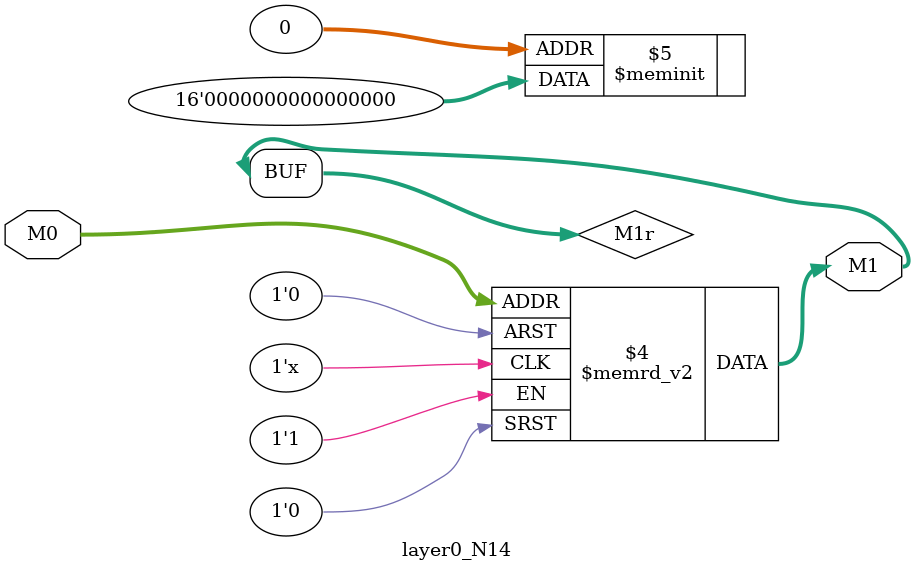
<source format=v>
module layer0_N14 ( input [2:0] M0, output [1:0] M1 );

	(*rom_style = "distributed" *) reg [1:0] M1r;
	assign M1 = M1r;
	always @ (M0) begin
		case (M0)
			3'b000: M1r = 2'b00;
			3'b100: M1r = 2'b00;
			3'b010: M1r = 2'b00;
			3'b110: M1r = 2'b00;
			3'b001: M1r = 2'b00;
			3'b101: M1r = 2'b00;
			3'b011: M1r = 2'b00;
			3'b111: M1r = 2'b00;

		endcase
	end
endmodule

</source>
